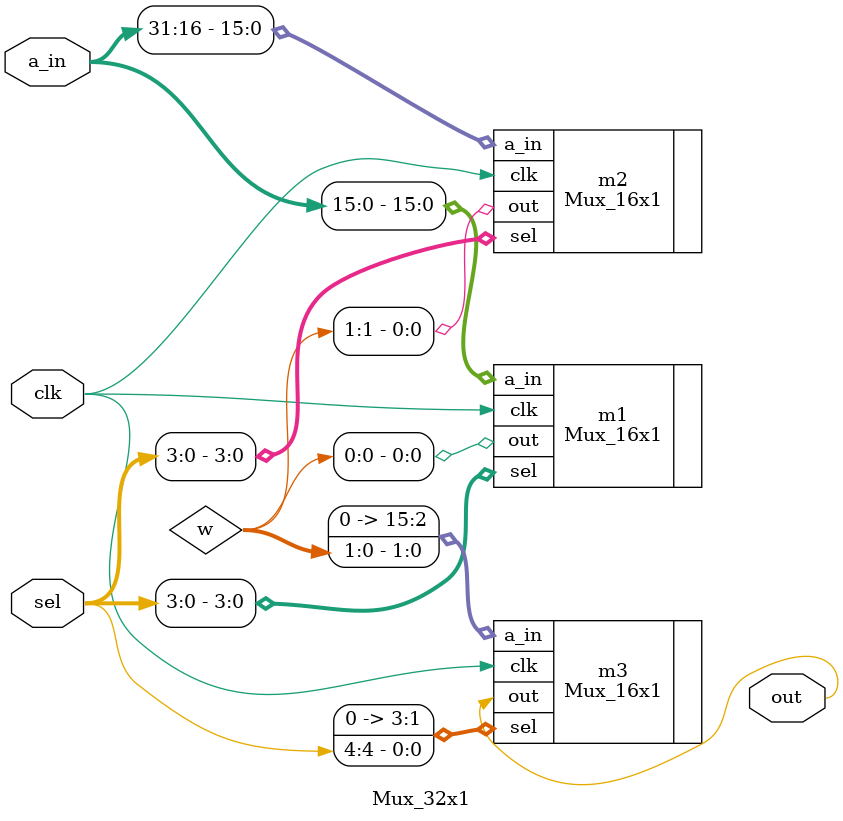
<source format=v>


module Mux_32x1 (
			input clk,	
			input [31:0] a_in,
			input [4:0] sel,
			output out
		);

	wire [1:0] w;
	
	Mux_16x1 m1(.clk(clk), .sel(sel[3:0]), .a_in(a_in[15:0]), .out(w[0]));
	Mux_16x1 m2(.clk(clk), .sel(sel[3:0]), .a_in(a_in[31:16]), .out(w[1]));
	Mux_16x1 m3(.clk(clk), .sel({3'b0, sel[4]}), .a_in({14'b0, w}), .out(out));
	

endmodule

</source>
